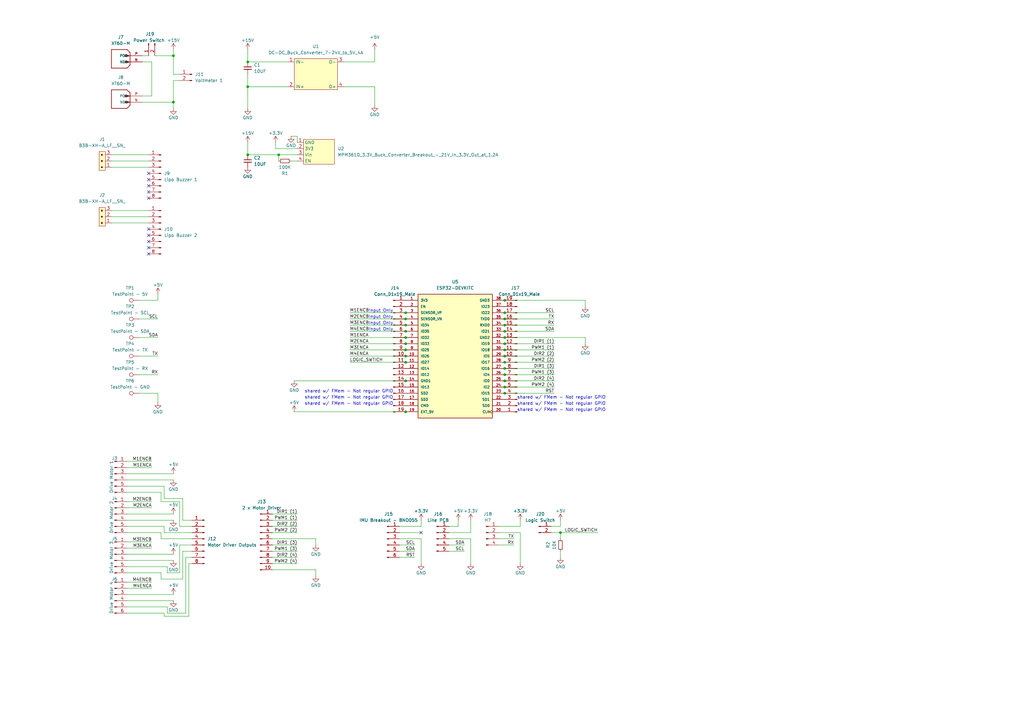
<source format=kicad_sch>
(kicad_sch (version 20211123) (generator eeschema)
  (paper "A3")
  (lib_symbols
    (symbol "Connector:Conn_01x02_Male" (pin_names (offset 1.016) hide)
      (property "Reference" "J" (at 0 2.54 0))
      (property "Value" "Conn_01x02_Male" (at 0 -5.08 0))
      (symbol "Conn_01x02_Male_1_1"
        (polyline (pts (xy 1.27 -2.54) (xy 0.8636 -2.54)) (stroke (width 0.1524)))
        (polyline (pts (xy 1.27 0) (xy 0.8636 0)) (stroke (width 0.1524)))
        (rectangle (start 0.8636 -2.413) (end 0 -2.667) (stroke (width 0.1524)) (fill (type outline)))
        (rectangle (start 0.8636 0.127) (end 0 -0.127) (stroke (width 0.1524)) (fill (type outline)))
        (pin passive line (at 5.08 0 180) (length 3.81) (name "Pin_1") (number "1"))
        (pin passive line (at 5.08 -2.54 180) (length 3.81) (name "Pin_2") (number "2"))
      )
    )
    (symbol "Connector:Conn_01x04_Male" (pin_names (offset 1.016) hide)
      (property "Reference" "J" (at 0 5.08 0))
      (property "Value" "Conn_01x04_Male" (at 0 -7.62 0))
      (symbol "Conn_01x04_Male_1_1"
        (polyline (pts (xy 1.27 -5.08) (xy 0.8636 -5.08)) (stroke (width 0.1524)))
        (polyline (pts (xy 1.27 -2.54) (xy 0.8636 -2.54)) (stroke (width 0.1524)))
        (polyline (pts (xy 1.27 0) (xy 0.8636 0)) (stroke (width 0.1524)))
        (polyline (pts (xy 1.27 2.54) (xy 0.8636 2.54)) (stroke (width 0.1524)))
        (rectangle (start 0.8636 -4.953) (end 0 -5.207) (stroke (width 0.1524)) (fill (type outline)))
        (rectangle (start 0.8636 -2.413) (end 0 -2.667) (stroke (width 0.1524)) (fill (type outline)))
        (rectangle (start 0.8636 0.127) (end 0 -0.127) (stroke (width 0.1524)) (fill (type outline)))
        (rectangle (start 0.8636 2.667) (end 0 2.413) (stroke (width 0.1524)) (fill (type outline)))
        (pin passive line (at 5.08 2.54 180) (length 3.81) (name "Pin_1") (number "1"))
        (pin passive line (at 5.08 0 180) (length 3.81) (name "Pin_2") (number "2"))
        (pin passive line (at 5.08 -2.54 180) (length 3.81) (name "Pin_3") (number "3"))
        (pin passive line (at 5.08 -5.08 180) (length 3.81) (name "Pin_4") (number "4"))
      )
    )
    (symbol "Connector:Conn_01x05_Male" (pin_names (offset 1.016) hide)
      (property "Reference" "J" (at 0 7.62 0))
      (property "Value" "Conn_01x05_Male" (at 0 -7.62 0))
      (symbol "Conn_01x05_Male_1_1"
        (polyline (pts (xy 1.27 -5.08) (xy 0.8636 -5.08)) (stroke (width 0.1524)))
        (polyline (pts (xy 1.27 -2.54) (xy 0.8636 -2.54)) (stroke (width 0.1524)))
        (polyline (pts (xy 1.27 0) (xy 0.8636 0)) (stroke (width 0.1524)))
        (polyline (pts (xy 1.27 2.54) (xy 0.8636 2.54)) (stroke (width 0.1524)))
        (polyline (pts (xy 1.27 5.08) (xy 0.8636 5.08)) (stroke (width 0.1524)))
        (rectangle (start 0.8636 -4.953) (end 0 -5.207) (stroke (width 0.1524)) (fill (type outline)))
        (rectangle (start 0.8636 -2.413) (end 0 -2.667) (stroke (width 0.1524)) (fill (type outline)))
        (rectangle (start 0.8636 0.127) (end 0 -0.127) (stroke (width 0.1524)) (fill (type outline)))
        (rectangle (start 0.8636 2.667) (end 0 2.413) (stroke (width 0.1524)) (fill (type outline)))
        (rectangle (start 0.8636 5.207) (end 0 4.953) (stroke (width 0.1524)) (fill (type outline)))
        (pin passive line (at 5.08 5.08 180) (length 3.81) (name "Pin_1") (number "1"))
        (pin passive line (at 5.08 2.54 180) (length 3.81) (name "Pin_2") (number "2"))
        (pin passive line (at 5.08 0 180) (length 3.81) (name "Pin_3") (number "3"))
        (pin passive line (at 5.08 -2.54 180) (length 3.81) (name "Pin_4") (number "4"))
        (pin passive line (at 5.08 -5.08 180) (length 3.81) (name "Pin_5") (number "5"))
      )
    )
    (symbol "Connector:Conn_01x06_Male" (pin_names (offset 1.016) hide)
      (property "Reference" "J" (at 0 7.62 0))
      (property "Value" "Conn_01x06_Male" (at 0 -10.16 0))
      (symbol "Conn_01x06_Male_1_1"
        (polyline (pts (xy 1.27 -7.62) (xy 0.8636 -7.62)) (stroke (width 0.1524)))
        (polyline (pts (xy 1.27 -5.08) (xy 0.8636 -5.08)) (stroke (width 0.1524)))
        (polyline (pts (xy 1.27 -2.54) (xy 0.8636 -2.54)) (stroke (width 0.1524)))
        (polyline (pts (xy 1.27 0) (xy 0.8636 0)) (stroke (width 0.1524)))
        (polyline (pts (xy 1.27 2.54) (xy 0.8636 2.54)) (stroke (width 0.1524)))
        (polyline (pts (xy 1.27 5.08) (xy 0.8636 5.08)) (stroke (width 0.1524)))
        (rectangle (start 0.8636 -7.493) (end 0 -7.747) (stroke (width 0.1524)) (fill (type outline)))
        (rectangle (start 0.8636 -4.953) (end 0 -5.207) (stroke (width 0.1524)) (fill (type outline)))
        (rectangle (start 0.8636 -2.413) (end 0 -2.667) (stroke (width 0.1524)) (fill (type outline)))
        (rectangle (start 0.8636 0.127) (end 0 -0.127) (stroke (width 0.1524)) (fill (type outline)))
        (rectangle (start 0.8636 2.667) (end 0 2.413) (stroke (width 0.1524)) (fill (type outline)))
        (rectangle (start 0.8636 5.207) (end 0 4.953) (stroke (width 0.1524)) (fill (type outline)))
        (pin passive line (at 5.08 5.08 180) (length 3.81) (name "Pin_1") (number "1"))
        (pin passive line (at 5.08 2.54 180) (length 3.81) (name "Pin_2") (number "2"))
        (pin passive line (at 5.08 0 180) (length 3.81) (name "Pin_3") (number "3"))
        (pin passive line (at 5.08 -2.54 180) (length 3.81) (name "Pin_4") (number "4"))
        (pin passive line (at 5.08 -5.08 180) (length 3.81) (name "Pin_5") (number "5"))
        (pin passive line (at 5.08 -7.62 180) (length 3.81) (name "Pin_6") (number "6"))
      )
    )
    (symbol "Connector:Conn_01x08_Male" (pin_names (offset 1.016) hide)
      (property "Reference" "J" (at 0 10.16 0))
      (property "Value" "Conn_01x08_Male" (at 0 -12.7 0))
      (symbol "Conn_01x08_Male_1_1"
        (polyline (pts (xy 1.27 -10.16) (xy 0.8636 -10.16)) (stroke (width 0.1524)))
        (polyline (pts (xy 1.27 -7.62) (xy 0.8636 -7.62)) (stroke (width 0.1524)))
        (polyline (pts (xy 1.27 -5.08) (xy 0.8636 -5.08)) (stroke (width 0.1524)))
        (polyline (pts (xy 1.27 -2.54) (xy 0.8636 -2.54)) (stroke (width 0.1524)))
        (polyline (pts (xy 1.27 0) (xy 0.8636 0)) (stroke (width 0.1524)))
        (polyline (pts (xy 1.27 2.54) (xy 0.8636 2.54)) (stroke (width 0.1524)))
        (polyline (pts (xy 1.27 5.08) (xy 0.8636 5.08)) (stroke (width 0.1524)))
        (polyline (pts (xy 1.27 7.62) (xy 0.8636 7.62)) (stroke (width 0.1524)))
        (rectangle (start 0.8636 -10.033) (end 0 -10.287) (stroke (width 0.1524)) (fill (type outline)))
        (rectangle (start 0.8636 -7.493) (end 0 -7.747) (stroke (width 0.1524)) (fill (type outline)))
        (rectangle (start 0.8636 -4.953) (end 0 -5.207) (stroke (width 0.1524)) (fill (type outline)))
        (rectangle (start 0.8636 -2.413) (end 0 -2.667) (stroke (width 0.1524)) (fill (type outline)))
        (rectangle (start 0.8636 0.127) (end 0 -0.127) (stroke (width 0.1524)) (fill (type outline)))
        (rectangle (start 0.8636 2.667) (end 0 2.413) (stroke (width 0.1524)) (fill (type outline)))
        (rectangle (start 0.8636 5.207) (end 0 4.953) (stroke (width 0.1524)) (fill (type outline)))
        (rectangle (start 0.8636 7.747) (end 0 7.493) (stroke (width 0.1524)) (fill (type outline)))
        (pin passive line (at 5.08 7.62 180) (length 3.81) (name "Pin_1") (number "1"))
        (pin passive line (at 5.08 5.08 180) (length 3.81) (name "Pin_2") (number "2"))
        (pin passive line (at 5.08 2.54 180) (length 3.81) (name "Pin_3") (number "3"))
        (pin passive line (at 5.08 0 180) (length 3.81) (name "Pin_4") (number "4"))
        (pin passive line (at 5.08 -2.54 180) (length 3.81) (name "Pin_5") (number "5"))
        (pin passive line (at 5.08 -5.08 180) (length 3.81) (name "Pin_6") (number "6"))
        (pin passive line (at 5.08 -7.62 180) (length 3.81) (name "Pin_7") (number "7"))
        (pin passive line (at 5.08 -10.16 180) (length 3.81) (name "Pin_8") (number "8"))
      )
    )
    (symbol "Connector:Conn_01x10_Male" (pin_names (offset 1.016) hide)
      (property "Reference" "J" (at 0 12.7 0))
      (property "Value" "Conn_01x10_Male" (at 0 -15.24 0))
      (symbol "Conn_01x10_Male_1_1"
        (polyline (pts (xy 1.27 -12.7) (xy 0.8636 -12.7)) (stroke (width 0.1524)))
        (polyline (pts (xy 1.27 -10.16) (xy 0.8636 -10.16)) (stroke (width 0.1524)))
        (polyline (pts (xy 1.27 -7.62) (xy 0.8636 -7.62)) (stroke (width 0.1524)))
        (polyline (pts (xy 1.27 -5.08) (xy 0.8636 -5.08)) (stroke (width 0.1524)))
        (polyline (pts (xy 1.27 -2.54) (xy 0.8636 -2.54)) (stroke (width 0.1524)))
        (polyline (pts (xy 1.27 0) (xy 0.8636 0)) (stroke (width 0.1524)))
        (polyline (pts (xy 1.27 2.54) (xy 0.8636 2.54)) (stroke (width 0.1524)))
        (polyline (pts (xy 1.27 5.08) (xy 0.8636 5.08)) (stroke (width 0.1524)))
        (polyline (pts (xy 1.27 7.62) (xy 0.8636 7.62)) (stroke (width 0.1524)))
        (polyline (pts (xy 1.27 10.16) (xy 0.8636 10.16)) (stroke (width 0.1524)))
        (rectangle (start 0.8636 -12.573) (end 0 -12.827) (stroke (width 0.1524)) (fill (type outline)))
        (rectangle (start 0.8636 -10.033) (end 0 -10.287) (stroke (width 0.1524)) (fill (type outline)))
        (rectangle (start 0.8636 -7.493) (end 0 -7.747) (stroke (width 0.1524)) (fill (type outline)))
        (rectangle (start 0.8636 -4.953) (end 0 -5.207) (stroke (width 0.1524)) (fill (type outline)))
        (rectangle (start 0.8636 -2.413) (end 0 -2.667) (stroke (width 0.1524)) (fill (type outline)))
        (rectangle (start 0.8636 0.127) (end 0 -0.127) (stroke (width 0.1524)) (fill (type outline)))
        (rectangle (start 0.8636 2.667) (end 0 2.413) (stroke (width 0.1524)) (fill (type outline)))
        (rectangle (start 0.8636 5.207) (end 0 4.953) (stroke (width 0.1524)) (fill (type outline)))
        (rectangle (start 0.8636 7.747) (end 0 7.493) (stroke (width 0.1524)) (fill (type outline)))
        (rectangle (start 0.8636 10.287) (end 0 10.033) (stroke (width 0.1524)) (fill (type outline)))
        (pin passive line (at 5.08 10.16 180) (length 3.81) (name "Pin_1") (number "1"))
        (pin passive line (at 5.08 -12.7 180) (length 3.81) (name "Pin_10") (number "10"))
        (pin passive line (at 5.08 7.62 180) (length 3.81) (name "Pin_2") (number "2"))
        (pin passive line (at 5.08 5.08 180) (length 3.81) (name "Pin_3") (number "3"))
        (pin passive line (at 5.08 2.54 180) (length 3.81) (name "Pin_4") (number "4"))
        (pin passive line (at 5.08 0 180) (length 3.81) (name "Pin_5") (number "5"))
        (pin passive line (at 5.08 -2.54 180) (length 3.81) (name "Pin_6") (number "6"))
        (pin passive line (at 5.08 -5.08 180) (length 3.81) (name "Pin_7") (number "7"))
        (pin passive line (at 5.08 -7.62 180) (length 3.81) (name "Pin_8") (number "8"))
        (pin passive line (at 5.08 -10.16 180) (length 3.81) (name "Pin_9") (number "9"))
      )
    )
    (symbol "Connector:Conn_01x19_Male" (pin_names (offset 1.016) hide)
      (property "Reference" "J" (at 0 25.4 0))
      (property "Value" "Conn_01x19_Male" (at 0 -25.4 0))
      (symbol "Conn_01x19_Male_1_1"
        (polyline (pts (xy 1.27 -22.86) (xy 0.8636 -22.86)) (stroke (width 0.1524)))
        (polyline (pts (xy 1.27 -20.32) (xy 0.8636 -20.32)) (stroke (width 0.1524)))
        (polyline (pts (xy 1.27 -17.78) (xy 0.8636 -17.78)) (stroke (width 0.1524)))
        (polyline (pts (xy 1.27 -15.24) (xy 0.8636 -15.24)) (stroke (width 0.1524)))
        (polyline (pts (xy 1.27 -12.7) (xy 0.8636 -12.7)) (stroke (width 0.1524)))
        (polyline (pts (xy 1.27 -10.16) (xy 0.8636 -10.16)) (stroke (width 0.1524)))
        (polyline (pts (xy 1.27 -7.62) (xy 0.8636 -7.62)) (stroke (width 0.1524)))
        (polyline (pts (xy 1.27 -5.08) (xy 0.8636 -5.08)) (stroke (width 0.1524)))
        (polyline (pts (xy 1.27 -2.54) (xy 0.8636 -2.54)) (stroke (width 0.1524)))
        (polyline (pts (xy 1.27 0) (xy 0.8636 0)) (stroke (width 0.1524)))
        (polyline (pts (xy 1.27 2.54) (xy 0.8636 2.54)) (stroke (width 0.1524)))
        (polyline (pts (xy 1.27 5.08) (xy 0.8636 5.08)) (stroke (width 0.1524)))
        (polyline (pts (xy 1.27 7.62) (xy 0.8636 7.62)) (stroke (width 0.1524)))
        (polyline (pts (xy 1.27 10.16) (xy 0.8636 10.16)) (stroke (width 0.1524)))
        (polyline (pts (xy 1.27 12.7) (xy 0.8636 12.7)) (stroke (width 0.1524)))
        (polyline (pts (xy 1.27 15.24) (xy 0.8636 15.24)) (stroke (width 0.1524)))
        (polyline (pts (xy 1.27 17.78) (xy 0.8636 17.78)) (stroke (width 0.1524)))
        (polyline (pts (xy 1.27 20.32) (xy 0.8636 20.32)) (stroke (width 0.1524)))
        (polyline (pts (xy 1.27 22.86) (xy 0.8636 22.86)) (stroke (width 0.1524)))
        (rectangle (start 0.8636 -22.733) (end 0 -22.987) (stroke (width 0.1524)) (fill (type outline)))
        (rectangle (start 0.8636 -20.193) (end 0 -20.447) (stroke (width 0.1524)) (fill (type outline)))
        (rectangle (start 0.8636 -17.653) (end 0 -17.907) (stroke (width 0.1524)) (fill (type outline)))
        (rectangle (start 0.8636 -15.113) (end 0 -15.367) (stroke (width 0.1524)) (fill (type outline)))
        (rectangle (start 0.8636 -12.573) (end 0 -12.827) (stroke (width 0.1524)) (fill (type outline)))
        (rectangle (start 0.8636 -10.033) (end 0 -10.287) (stroke (width 0.1524)) (fill (type outline)))
        (rectangle (start 0.8636 -7.493) (end 0 -7.747) (stroke (width 0.1524)) (fill (type outline)))
        (rectangle (start 0.8636 -4.953) (end 0 -5.207) (stroke (width 0.1524)) (fill (type outline)))
        (rectangle (start 0.8636 -2.413) (end 0 -2.667) (stroke (width 0.1524)) (fill (type outline)))
        (rectangle (start 0.8636 0.127) (end 0 -0.127) (stroke (width 0.1524)) (fill (type outline)))
        (rectangle (start 0.8636 2.667) (end 0 2.413) (stroke (width 0.1524)) (fill (type outline)))
        (rectangle (start 0.8636 5.207) (end 0 4.953) (stroke (width 0.1524)) (fill (type outline)))
        (rectangle (start 0.8636 7.747) (end 0 7.493) (stroke (width 0.1524)) (fill (type outline)))
        (rectangle (start 0.8636 10.287) (end 0 10.033) (stroke (width 0.1524)) (fill (type outline)))
        (rectangle (start 0.8636 12.827) (end 0 12.573) (stroke (width 0.1524)) (fill (type outline)))
        (rectangle (start 0.8636 15.367) (end 0 15.113) (stroke (width 0.1524)) (fill (type outline)))
        (rectangle (start 0.8636 17.907) (end 0 17.653) (stroke (width 0.1524)) (fill (type outline)))
        (rectangle (start 0.8636 20.447) (end 0 20.193) (stroke (width 0.1524)) (fill (type outline)))
        (rectangle (start 0.8636 22.987) (end 0 22.733) (stroke (width 0.1524)) (fill (type outline)))
        (pin passive line (at 5.08 22.86 180) (length 3.81) (name "Pin_1") (number "1"))
        (pin passive line (at 5.08 0 180) (length 3.81) (name "Pin_10") (number "10"))
        (pin passive line (at 5.08 -2.54 180) (length 3.81) (name "Pin_11") (number "11"))
        (pin passive line (at 5.08 -5.08 180) (length 3.81) (name "Pin_12") (number "12"))
        (pin passive line (at 5.08 -7.62 180) (length 3.81) (name "Pin_13") (number "13"))
        (pin passive line (at 5.08 -10.16 180) (length 3.81) (name "Pin_14") (number "14"))
        (pin passive line (at 5.08 -12.7 180) (length 3.81) (name "Pin_15") (number "15"))
        (pin passive line (at 5.08 -15.24 180) (length 3.81) (name "Pin_16") (number "16"))
        (pin passive line (at 5.08 -17.78 180) (length 3.81) (name "Pin_17") (number "17"))
        (pin passive line (at 5.08 -20.32 180) (length 3.81) (name "Pin_18") (number "18"))
        (pin passive line (at 5.08 -22.86 180) (length 3.81) (name "Pin_19") (number "19"))
        (pin passive line (at 5.08 20.32 180) (length 3.81) (name "Pin_2") (number "2"))
        (pin passive line (at 5.08 17.78 180) (length 3.81) (name "Pin_3") (number "3"))
        (pin passive line (at 5.08 15.24 180) (length 3.81) (name "Pin_4") (number "4"))
        (pin passive line (at 5.08 12.7 180) (length 3.81) (name "Pin_5") (number "5"))
        (pin passive line (at 5.08 10.16 180) (length 3.81) (name "Pin_6") (number "6"))
        (pin passive line (at 5.08 7.62 180) (length 3.81) (name "Pin_7") (number "7"))
        (pin passive line (at 5.08 5.08 180) (length 3.81) (name "Pin_8") (number "8"))
        (pin passive line (at 5.08 2.54 180) (length 3.81) (name "Pin_9") (number "9"))
      )
    )
    (symbol "Connector:TestPoint" (pin_numbers hide) (pin_names (offset 0.762) hide)
      (property "Reference" "TP" (at 0 6.858 0))
      (property "Value" "TestPoint" (at 0 5.08 0))
      (symbol "TestPoint_0_1"
        (circle (center 0 3.302) (radius 0.762))
      )
      (symbol "TestPoint_1_1"
        (pin passive line (at 0 0 90) (length 2.54) (name "1") (number "1"))
      )
    )
    (symbol "DC-DC_Buck_Converter_7-24V_to_5V_4A_1"
      (property "Reference" "U" (at 0 10.16 0))
      (property "Value" "DC-DC_Buck_Converter_7-24V_to_5V_4A_1" (at 0 7.62 0))
      (symbol "DC-DC_Buck_Converter_7-24V_to_5V_4A_1_0_1"
        (rectangle (start -8.89 6.35) (end 8.89 -6.35) (fill (type background)))
      )
      (symbol "DC-DC_Buck_Converter_7-24V_to_5V_4A_1_1_1"
        (pin input line (at -11.43 5.08 0) (length 2.54) (name "IN-") (number "1"))
        (pin input line (at -11.43 -5.08 0) (length 2.54) (name "IN+") (number "2"))
        (pin output line (at 11.43 5.08 180) (length 2.54) (name "O-") (number "3"))
        (pin output line (at 11.43 -5.08 180) (length 2.54) (name "O+") (number "4"))
      )
    )
    (symbol "Device:C_Small" (pin_numbers hide) (pin_names (offset 0.254) hide)
      (property "Reference" "C" (at 0.254 1.778 0))
      (property "Value" "C_Small" (at 0.254 -2.032 0))
      (symbol "C_Small_0_1"
        (polyline (pts (xy -1.524 -0.508) (xy 1.524 -0.508)) (stroke (width 0.3302)))
        (polyline (pts (xy -1.524 0.508) (xy 1.524 0.508)) (stroke (width 0.3048)))
      )
      (symbol "C_Small_1_1"
        (pin passive line (at 0 2.54 270) (length 2.032) (name "~") (number "1"))
        (pin passive line (at 0 -2.54 90) (length 2.032) (name "~") (number "2"))
      )
    )
    (symbol "Device:R_Small" (pin_numbers hide) (pin_names (offset 0.254) hide)
      (property "Reference" "R" (at 0.762 0.508 0))
      (property "Value" "R_Small" (at 0.762 -1.016 0))
      (symbol "R_Small_0_1"
        (rectangle (start -0.762 1.778) (end 0.762 -1.778) (stroke (width 0.2032)))
      )
      (symbol "R_Small_1_1"
        (pin passive line (at 0 2.54 270) (length 0.762) (name "~") (number "1"))
        (pin passive line (at 0 -2.54 90) (length 0.762) (name "~") (number "2"))
      )
    )
    (symbol "ESP32-DEVKITC:ESP32-DEVKITC" (pin_names (offset 1.016))
      (property "Reference" "U" (at -15.2572 26.0643 0))
      (property "Value" "ESP32-DEVKITC" (at -15.2563 -27.9698 0))
      (symbol "ESP32-DEVKITC_0_0"
        (rectangle (start -15.24 -25.4) (end 15.24 25.4) (stroke (width 0.254)) (fill (type background)))
        (pin power_in line (at -20.32 22.86 0) (length 5.08) (name "3V3") (number "1"))
        (pin bidirectional line (at -20.32 0 0) (length 5.08) (name "IO26") (number "10"))
        (pin bidirectional line (at -20.32 -2.54 0) (length 5.08) (name "IO27") (number "11"))
        (pin bidirectional line (at -20.32 -5.08 0) (length 5.08) (name "IO14") (number "12"))
        (pin bidirectional line (at -20.32 -7.62 0) (length 5.08) (name "IO12") (number "13"))
        (pin power_in line (at -20.32 -10.16 0) (length 5.08) (name "GND1") (number "14"))
        (pin bidirectional line (at -20.32 -12.7 0) (length 5.08) (name "IO13") (number "15"))
        (pin bidirectional line (at -20.32 -15.24 0) (length 5.08) (name "SD2") (number "16"))
        (pin bidirectional line (at -20.32 -17.78 0) (length 5.08) (name "SD3") (number "17"))
        (pin bidirectional line (at -20.32 -20.32 0) (length 5.08) (name "CMD") (number "18"))
        (pin power_in line (at -20.32 -22.86 0) (length 5.08) (name "EXT_5V") (number "19"))
        (pin input line (at -20.32 20.32 0) (length 5.08) (name "EN") (number "2"))
        (pin input clock (at 20.32 -22.86 180) (length 5.08) (name "CLK") (number "20"))
        (pin bidirectional line (at 20.32 -20.32 180) (length 5.08) (name "SD0") (number "21"))
        (pin bidirectional line (at 20.32 -17.78 180) (length 5.08) (name "SD1") (number "22"))
        (pin bidirectional line (at 20.32 -15.24 180) (length 5.08) (name "IO15") (number "23"))
        (pin bidirectional line (at 20.32 -12.7 180) (length 5.08) (name "IO2") (number "24"))
        (pin bidirectional line (at 20.32 -10.16 180) (length 5.08) (name "IO0") (number "25"))
        (pin bidirectional line (at 20.32 -7.62 180) (length 5.08) (name "IO4") (number "26"))
        (pin bidirectional line (at 20.32 -5.08 180) (length 5.08) (name "IO16") (number "27"))
        (pin bidirectional line (at 20.32 -2.54 180) (length 5.08) (name "IO17") (number "28"))
        (pin bidirectional line (at 20.32 0 180) (length 5.08) (name "IO5") (number "29"))
        (pin input line (at -20.32 17.78 0) (length 5.08) (name "SENSOR_VP") (number "3"))
        (pin bidirectional line (at 20.32 2.54 180) (length 5.08) (name "IO18") (number "30"))
        (pin bidirectional line (at 20.32 5.08 180) (length 5.08) (name "IO19") (number "31"))
        (pin power_in line (at 20.32 7.62 180) (length 5.08) (name "GND2") (number "32"))
        (pin bidirectional line (at 20.32 10.16 180) (length 5.08) (name "IO21") (number "33"))
        (pin input line (at 20.32 12.7 180) (length 5.08) (name "RXD0") (number "34"))
        (pin output line (at 20.32 15.24 180) (length 5.08) (name "TXD0") (number "35"))
        (pin bidirectional line (at 20.32 17.78 180) (length 5.08) (name "IO22") (number "36"))
        (pin bidirectional line (at 20.32 20.32 180) (length 5.08) (name "IO23") (number "37"))
        (pin power_in line (at 20.32 22.86 180) (length 5.08) (name "GND3") (number "38"))
        (pin input line (at -20.32 15.24 0) (length 5.08) (name "SENSOR_VN") (number "4"))
        (pin bidirectional line (at -20.32 12.7 0) (length 5.08) (name "IO34") (number "5"))
        (pin bidirectional line (at -20.32 10.16 0) (length 5.08) (name "IO35") (number "6"))
        (pin bidirectional line (at -20.32 7.62 0) (length 5.08) (name "IO32") (number "7"))
        (pin bidirectional line (at -20.32 5.08 0) (length 5.08) (name "IO33") (number "8"))
        (pin bidirectional line (at -20.32 2.54 0) (length 5.08) (name "IO25") (number "9"))
      )
    )
    (symbol "MPM3610_3.3V_Buck_Converter_Breakout_-_21V_In_3.3V_Out_at_1.2A_1"
      (property "Reference" "U" (at 0 7.62 0))
      (property "Value" "MPM3610_3.3V_Buck_Converter_Breakout_-_21V_In_3.3V_Out_at_1.2A_1" (at 0 5.08 0))
      (symbol "MPM3610_3.3V_Buck_Converter_Breakout_-_21V_In_3.3V_Out_at_1.2A_1_0_1"
        (rectangle (start -5.08 3.81) (end 5.08 -8.89) (fill (type background)))
      )
      (symbol "MPM3610_3.3V_Buck_Converter_Breakout_-_21V_In_3.3V_Out_at_1.2A_1_1_1"
        (pin output line (at -3.81 -11.43 90) (length 2.54) (name "GND") (number "1"))
        (pin output line (at -1.27 -11.43 90) (length 2.54) (name "3V3") (number "2"))
        (pin input line (at 1.27 -11.43 90) (length 2.54) (name "Vin") (number "3"))
        (pin input line (at 3.81 -11.43 90) (length 2.54) (name "EN") (number "4"))
      )
    )
    (symbol "XT60-M:XT60-M" (pin_names (offset 1.016))
      (property "Reference" "J" (at 0 6.35 0))
      (property "Value" "XT60-M" (at 0 -5.08 0))
      (symbol "XT60-M_0_0"
        (polyline (pts (xy 0 -1.27) (xy 1.27 -2.54)) (stroke (width 0.254)))
        (polyline (pts (xy 0 0) (xy 1.905 0)) (stroke (width 0.254)))
        (polyline (pts (xy 0 2.54) (xy 0 -1.27)) (stroke (width 0.254)))
        (polyline (pts (xy 0 2.54) (xy 1.905 2.54)) (stroke (width 0.254)))
        (polyline (pts (xy 0 3.81) (xy 0 2.54)) (stroke (width 0.254)))
        (polyline (pts (xy 0 3.81) (xy 1.27 5.08)) (stroke (width 0.254)))
        (polyline (pts (xy 1.27 -2.54) (xy 7.62 -2.54)) (stroke (width 0.254)))
        (polyline (pts (xy 7.62 -2.54) (xy 7.62 5.08)) (stroke (width 0.254)))
        (polyline (pts (xy 7.62 5.08) (xy 1.27 5.08)) (stroke (width 0.254)))
        (rectangle (start 0.635 -0.3175) (end 2.2225 0.3175) (stroke (width 0.1)) (fill (type outline)))
        (rectangle (start 0.635 2.2225) (end 2.2225 2.8575) (stroke (width 0.1)) (fill (type outline)))
        (pin passive line (at -5.08 0 0) (length 5.08) (name "NEG") (number "N"))
        (pin passive line (at -5.08 2.54 0) (length 5.08) (name "POS") (number "P"))
      )
    )
    (symbol "dk_Rectangular-Connectors-Headers-Male-Pins:B3B-XH-A_LF__SN_" (pin_names (offset 1.016) hide)
      (property "Reference" "J" (at -2.54 -1.27 0))
      (property "Value" "B3B-XH-A_LF__SN_" (at 2.54 -3.81 0))
      (symbol "B3B-XH-A_LF__SN__1_1"
        (rectangle (start -1.27 0) (end 6.35 -2.54) (fill (type background)))
        (rectangle (start -0.254 -1.143) (end 0.254 -1.651) (fill (type outline)))
        (rectangle (start 2.286 -1.143) (end 2.794 -1.651) (fill (type outline)))
        (rectangle (start 4.826 -1.143) (end 5.334 -1.651) (fill (type outline)))
        (pin passive line (at 0 2.54 270) (length 2.54) (name "~") (number "1"))
        (pin passive line (at 2.54 2.54 270) (length 2.54) (name "~") (number "2"))
        (pin passive line (at 5.08 2.54 270) (length 2.54) (name "~") (number "3"))
      )
    )
    (symbol "power:+15V" (power) (pin_names (offset 0))
      (property "Value" "+15V" (at 0 3.556 0))
      (symbol "+15V_0_1"
        (polyline (pts (xy -0.762 1.27) (xy 0 2.54)))
        (polyline (pts (xy 0 0) (xy 0 2.54)))
        (polyline (pts (xy 0 2.54) (xy 0.762 1.27)))
      )
      (symbol "+15V_1_1"
        (pin power_in line (at 0 0 90) (length 0) hide (name "+15V") (number "1"))
      )
    )
    (symbol "power:+3.3V" (power) (pin_names (offset 0))
      (property "Value" "+3.3V" (at 0 3.556 0))
      (symbol "+3.3V_0_1"
        (polyline (pts (xy -0.762 1.27) (xy 0 2.54)))
        (polyline (pts (xy 0 0) (xy 0 2.54)))
        (polyline (pts (xy 0 2.54) (xy 0.762 1.27)))
      )
      (symbol "+3.3V_1_1"
        (pin power_in line (at 0 0 90) (length 0) hide (name "+3.3V") (number "1"))
      )
    )
    (symbol "power:+5V" (power) (pin_names (offset 0))
      (property "Value" "+5V" (at 0 3.556 0))
      (symbol "+5V_0_1"
        (polyline (pts (xy -0.762 1.27) (xy 0 2.54)))
        (polyline (pts (xy 0 0) (xy 0 2.54)))
        (polyline (pts (xy 0 2.54) (xy 0.762 1.27)))
      )
      (symbol "+5V_1_1"
        (pin power_in line (at 0 0 90) (length 0) hide (name "+5V") (number "1"))
      )
    )
    (symbol "power:GND" (power) (pin_names (offset 0))
      (property "Value" "GND" (at 0 -3.81 0))
      (symbol "GND_0_1"
        (polyline (pts (xy 0 0) (xy 0 -1.27) (xy 1.27 -1.27) (xy 0 -2.54) (xy -1.27 -1.27) (xy 0 -1.27)))
      )
      (symbol "GND_1_1"
        (pin power_in line (at 0 0 270) (length 0) hide (name "GND") (number "1"))
      )
    )
  )
  (junction (at 229.87 218.44))
  (junction (at 207.01 130.81))
  (junction (at 207.01 158.75))
  (junction (at 166.37 135.89))
  (junction (at 166.37 128.27))
  (junction (at 166.37 168.91))
  (junction (at 207.01 151.13))
  (junction (at 207.01 148.59))
  (junction (at 166.37 130.81))
  (junction (at 166.37 143.51))
  (junction (at 166.37 156.21))
  (junction (at 166.37 148.59))
  (junction (at 207.01 143.51))
  (junction (at 207.01 153.67))
  (junction (at 101.6 35.56))
  (junction (at 207.01 156.21))
  (junction (at 166.37 146.05))
  (junction (at 71.12 41.91))
  (junction (at 207.01 123.19))
  (junction (at 166.37 138.43))
  (junction (at 207.01 161.29))
  (junction (at 207.01 135.89))
  (junction (at 166.37 133.35))
  (junction (at 207.01 133.35))
  (junction (at 71.12 22.86))
  (junction (at 207.01 146.05))
  (junction (at 207.01 128.27))
  (junction (at 207.01 138.43))
  (junction (at 101.6 63.5))
  (junction (at 207.01 140.97))
  (junction (at 101.6 25.4))
  (junction (at 114.3 63.5))
  (junction (at 166.37 140.97))
  (no_connect (at 60.96 78.74))
  (no_connect (at 60.96 76.2))
  (no_connect (at 60.96 93.98))
  (no_connect (at 60.96 99.06))
  (no_connect (at 60.96 96.52))
  (no_connect (at 60.96 101.6))
  (no_connect (at 60.96 71.12))
  (no_connect (at 172.72 218.44))
  (no_connect (at 60.96 73.66))
  (no_connect (at 60.96 81.28))
  (no_connect (at 60.96 104.14))
  (wire (pts (xy 207.01 151.13) (xy 227.33 151.13)))
  (wire (pts (xy 240.03 138.43) (xy 240.03 140.97)))
  (wire (pts (xy 111.76 228.6) (xy 121.92 228.6)))
  (wire (pts (xy 121.92 63.5) (xy 114.3 63.5)))
  (wire (pts (xy 207.01 153.67) (xy 227.33 153.67)))
  (wire (pts (xy 101.6 35.56) (xy 101.6 44.45)))
  (wire (pts (xy 111.76 210.82) (xy 121.92 210.82)))
  (wire (pts (xy 207.01 123.19) (xy 240.03 123.19)))
  (wire (pts (xy 184.15 215.9) (xy 187.96 215.9)))
  (wire (pts (xy 163.83 215.9) (xy 172.72 215.9)))
  (wire (pts (xy 45.72 86.36) (xy 60.96 86.36)))
  (wire (pts (xy 207.01 143.51) (xy 227.33 143.51)))
  (wire (pts (xy 184.15 223.52) (xy 190.5 223.52)))
  (wire (pts (xy 52.07 224.79) (xy 62.23 224.79)))
  (wire (pts (xy 143.51 146.05) (xy 166.37 146.05)))
  (wire (pts (xy 67.31 252.73) (xy 77.47 252.73)))
  (wire (pts (xy 71.12 30.48) (xy 73.66 30.48)))
  (wire (pts (xy 57.15 130.81) (xy 64.77 130.81)))
  (wire (pts (xy 213.36 213.36) (xy 213.36 215.9)))
  (wire (pts (xy 62.23 25.4) (xy 62.23 39.37)))
  (wire (pts (xy 71.12 20.32) (xy 71.12 22.86)))
  (wire (pts (xy 111.76 231.14) (xy 121.92 231.14)))
  (wire (pts (xy 207.01 158.75) (xy 227.33 158.75)))
  (wire (pts (xy 58.42 41.91) (xy 71.12 41.91)))
  (wire (pts (xy 45.72 88.9) (xy 60.96 88.9)))
  (wire (pts (xy 226.06 215.9) (xy 229.87 215.9)))
  (wire (pts (xy 111.76 226.06) (xy 121.92 226.06)))
  (wire (pts (xy 153.67 35.56) (xy 153.67 43.18)))
  (wire (pts (xy 66.04 237.49) (xy 74.93 237.49)))
  (wire (pts (xy 121.92 58.42) (xy 121.92 55.88)))
  (wire (pts (xy 76.2 228.6) (xy 78.74 228.6)))
  (wire (pts (xy 111.76 220.98) (xy 129.54 220.98)))
  (wire (pts (xy 52.07 248.92) (xy 68.58 248.92)))
  (wire (pts (xy 114.3 63.5) (xy 114.3 66.04)))
  (wire (pts (xy 67.31 204.47) (xy 74.93 204.47)))
  (wire (pts (xy 57.15 138.43) (xy 64.77 138.43)))
  (wire (pts (xy 67.31 218.44) (xy 78.74 218.44)))
  (wire (pts (xy 62.23 39.37) (xy 58.42 39.37)))
  (wire (pts (xy 68.58 248.92) (xy 68.58 251.46)))
  (wire (pts (xy 207.01 146.05) (xy 227.33 146.05)))
  (wire (pts (xy 66.04 218.44) (xy 66.04 220.98)))
  (wire (pts (xy 58.42 22.86) (xy 60.96 22.86)))
  (wire (pts (xy 193.04 213.36) (xy 193.04 218.44)))
  (wire (pts (xy 52.07 246.38) (xy 71.12 246.38)))
  (wire (pts (xy 71.12 196.85) (xy 52.07 196.85)))
  (wire (pts (xy 120.65 168.91) (xy 166.37 168.91)))
  (wire (pts (xy 143.51 128.27) (xy 166.37 128.27)))
  (wire (pts (xy 67.31 251.46) (xy 67.31 252.73)))
  (wire (pts (xy 172.72 213.36) (xy 172.72 215.9)))
  (wire (pts (xy 57.15 161.29) (xy 64.77 161.29)))
  (wire (pts (xy 184.15 218.44) (xy 193.04 218.44)))
  (wire (pts (xy 52.07 189.23) (xy 62.23 189.23)))
  (wire (pts (xy 52.07 213.36) (xy 71.12 213.36)))
  (wire (pts (xy 68.58 232.41) (xy 68.58 234.95)))
  (wire (pts (xy 111.76 218.44) (xy 121.92 218.44)))
  (wire (pts (xy 74.93 226.06) (xy 78.74 226.06)))
  (wire (pts (xy 101.6 20.32) (xy 101.6 25.4)))
  (wire (pts (xy 184.15 220.98) (xy 193.04 220.98)))
  (wire (pts (xy 52.07 238.76) (xy 62.23 238.76)))
  (wire (pts (xy 204.47 218.44) (xy 213.36 218.44)))
  (wire (pts (xy 101.6 63.5) (xy 114.3 63.5)))
  (wire (pts (xy 204.47 223.52) (xy 210.82 223.52)))
  (wire (pts (xy 113.03 58.42) (xy 113.03 60.96)))
  (wire (pts (xy 52.07 218.44) (xy 66.04 218.44)))
  (wire (pts (xy 57.15 153.67) (xy 64.77 153.67)))
  (wire (pts (xy 66.04 205.74) (xy 73.66 205.74)))
  (wire (pts (xy 207.01 140.97) (xy 227.33 140.97)))
  (wire (pts (xy 52.07 201.93) (xy 66.04 201.93)))
  (wire (pts (xy 207.01 138.43) (xy 240.03 138.43)))
  (wire (pts (xy 111.76 223.52) (xy 121.92 223.52)))
  (wire (pts (xy 63.5 22.86) (xy 71.12 22.86)))
  (wire (pts (xy 68.58 251.46) (xy 76.2 251.46)))
  (wire (pts (xy 71.12 44.45) (xy 71.12 41.91)))
  (wire (pts (xy 240.03 123.19) (xy 240.03 125.73)))
  (wire (pts (xy 71.12 33.02) (xy 73.66 33.02)))
  (wire (pts (xy 52.07 243.84) (xy 71.12 243.84)))
  (wire (pts (xy 143.51 135.89) (xy 166.37 135.89)))
  (wire (pts (xy 57.15 123.19) (xy 64.77 123.19)))
  (wire (pts (xy 73.66 205.74) (xy 73.66 215.9)))
  (wire (pts (xy 207.01 148.59) (xy 227.33 148.59)))
  (wire (pts (xy 73.66 223.52) (xy 78.74 223.52)))
  (wire (pts (xy 101.6 58.42) (xy 101.6 63.5)))
  (wire (pts (xy 140.97 25.4) (xy 153.67 25.4)))
  (wire (pts (xy 129.54 236.22) (xy 129.54 233.68)))
  (wire (pts (xy 143.51 148.59) (xy 166.37 148.59)))
  (wire (pts (xy 52.07 210.82) (xy 71.12 210.82)))
  (wire (pts (xy 67.31 215.9) (xy 67.31 218.44)))
  (wire (pts (xy 74.93 204.47) (xy 74.93 213.36)))
  (wire (pts (xy 45.72 68.58) (xy 60.96 68.58)))
  (wire (pts (xy 73.66 215.9) (xy 78.74 215.9)))
  (wire (pts (xy 229.87 218.44) (xy 245.11 218.44)))
  (wire (pts (xy 113.03 60.96) (xy 121.92 60.96)))
  (wire (pts (xy 52.07 194.31) (xy 71.12 194.31)))
  (wire (pts (xy 66.04 234.95) (xy 66.04 237.49)))
  (wire (pts (xy 163.83 228.6) (xy 170.18 228.6)))
  (wire (pts (xy 45.72 66.04) (xy 60.96 66.04)))
  (wire (pts (xy 52.07 229.87) (xy 71.12 229.87)))
  (wire (pts (xy 64.77 123.19) (xy 64.77 120.65)))
  (wire (pts (xy 77.47 231.14) (xy 78.74 231.14)))
  (wire (pts (xy 52.07 232.41) (xy 68.58 232.41)))
  (wire (pts (xy 68.58 234.95) (xy 73.66 234.95)))
  (wire (pts (xy 66.04 201.93) (xy 66.04 205.74)))
  (wire (pts (xy 226.06 218.44) (xy 229.87 218.44)))
  (wire (pts (xy 101.6 30.48) (xy 101.6 35.56)))
  (wire (pts (xy 57.15 146.05) (xy 64.77 146.05)))
  (wire (pts (xy 52.07 227.33) (xy 71.12 227.33)))
  (wire (pts (xy 52.07 205.74) (xy 62.23 205.74)))
  (wire (pts (xy 207.01 128.27) (xy 227.33 128.27)))
  (wire (pts (xy 52.07 215.9) (xy 67.31 215.9)))
  (wire (pts (xy 143.51 133.35) (xy 166.37 133.35)))
  (wire (pts (xy 71.12 33.02) (xy 71.12 41.91)))
  (wire (pts (xy 207.01 133.35) (xy 227.33 133.35)))
  (wire (pts (xy 111.76 213.36) (xy 121.92 213.36)))
  (wire (pts (xy 204.47 220.98) (xy 210.82 220.98)))
  (wire (pts (xy 77.47 231.14) (xy 77.47 252.73)))
  (wire (pts (xy 52.07 199.39) (xy 67.31 199.39)))
  (wire (pts (xy 58.42 25.4) (xy 62.23 25.4)))
  (wire (pts (xy 52.07 191.77) (xy 62.23 191.77)))
  (wire (pts (xy 213.36 218.44) (xy 213.36 231.14)))
  (wire (pts (xy 111.76 215.9) (xy 121.92 215.9)))
  (wire (pts (xy 52.07 222.25) (xy 62.23 222.25)))
  (wire (pts (xy 129.54 233.68) (xy 111.76 233.68)))
  (wire (pts (xy 207.01 135.89) (xy 227.33 135.89)))
  (wire (pts (xy 163.83 220.98) (xy 172.72 220.98)))
  (wire (pts (xy 204.47 215.9) (xy 213.36 215.9)))
  (wire (pts (xy 229.87 218.44) (xy 229.87 220.98)))
  (wire (pts (xy 163.83 218.44) (xy 172.72 218.44)))
  (wire (pts (xy 172.72 220.98) (xy 172.72 231.14)))
  (wire (pts (xy 119.38 66.04) (xy 121.92 66.04)))
  (wire (pts (xy 45.72 91.44) (xy 60.96 91.44)))
  (wire (pts (xy 74.93 213.36) (xy 78.74 213.36)))
  (wire (pts (xy 193.04 220.98) (xy 193.04 231.14)))
  (wire (pts (xy 166.37 130.81) (xy 143.51 130.81)))
  (wire (pts (xy 207.01 161.29) (xy 227.33 161.29)))
  (wire (pts (xy 143.51 138.43) (xy 166.37 138.43)))
  (wire (pts (xy 52.07 234.95) (xy 66.04 234.95)))
  (wire (pts (xy 187.96 215.9) (xy 187.96 213.36)))
  (wire (pts (xy 101.6 25.4) (xy 118.11 25.4)))
  (wire (pts (xy 45.72 63.5) (xy 60.96 63.5)))
  (wire (pts (xy 66.04 220.98) (xy 78.74 220.98)))
  (wire (pts (xy 120.65 156.21) (xy 166.37 156.21)))
  (wire (pts (xy 153.67 20.32) (xy 153.67 25.4)))
  (wire (pts (xy 229.87 226.06) (xy 229.87 228.6)))
  (wire (pts (xy 67.31 199.39) (xy 67.31 204.47)))
  (wire (pts (xy 76.2 228.6) (xy 76.2 251.46)))
  (wire (pts (xy 184.15 226.06) (xy 190.5 226.06)))
  (wire (pts (xy 207.01 156.21) (xy 227.33 156.21)))
  (wire (pts (xy 71.12 22.86) (xy 71.12 30.48)))
  (wire (pts (xy 229.87 215.9) (xy 229.87 213.36)))
  (wire (pts (xy 163.83 223.52) (xy 170.18 223.52)))
  (wire (pts (xy 64.77 161.29) (xy 64.77 165.1)))
  (wire (pts (xy 207.01 130.81) (xy 227.33 130.81)))
  (wire (pts (xy 119.38 55.88) (xy 121.92 55.88)))
  (wire (pts (xy 52.07 241.3) (xy 62.23 241.3)))
  (wire (pts (xy 74.93 237.49) (xy 74.93 226.06)))
  (wire (pts (xy 140.97 35.56) (xy 153.67 35.56)))
  (wire (pts (xy 163.83 226.06) (xy 170.18 226.06)))
  (wire (pts (xy 129.54 220.98) (xy 129.54 223.52)))
  (wire (pts (xy 118.11 35.56) (xy 101.6 35.56)))
  (wire (pts (xy 52.07 251.46) (xy 67.31 251.46)))
  (wire (pts (xy 143.51 140.97) (xy 166.37 140.97)))
  (wire (pts (xy 73.66 234.95) (xy 73.66 223.52)))
  (wire (pts (xy 52.07 208.28) (xy 62.23 208.28)))
  (wire (pts (xy 143.51 143.51) (xy 166.37 143.51)))
  (text "Input Only" (at 161.29 133.35 180) (effects (font (size 1.27 1.27)) (justify right bottom)))
  (text "Input Only" (at 161.29 130.81 180) (effects (font (size 1.27 1.27)) (justify right bottom)))
  (text "shared w/ FMem - Not regular GPIO" (at 161.29 163.83 180) (effects (font (size 1.27 1.27)) (justify right bottom)))
  (text "Input Only" (at 161.29 135.89 180) (effects (font (size 1.27 1.27)) (justify right bottom)))
  (text "shared w/ FMem - Not regular GPIO" (at 212.09 166.37 0) (effects (font (size 1.27 1.27)) (justify left bottom)))
  (text "shared w/ FMem - Not regular GPIO" (at 161.29 166.37 180) (effects (font (size 1.27 1.27)) (justify right bottom)))
  (text "shared w/ FMem - Not regular GPIO" (at 212.09 168.91 0) (effects (font (size 1.27 1.27)) (justify left bottom)))
  (text "shared w/ FMem - Not regular GPIO" (at 212.09 163.83 0) (effects (font (size 1.27 1.27)) (justify left bottom)))
  (text "shared w/ FMem - Not regular GPIO" (at 161.29 161.29 180) (effects (font (size 1.27 1.27)) (justify right bottom)))
  (text "Input Only" (at 161.29 128.27 180) (effects (font (size 1.27 1.27)) (justify right bottom)))
  (label "M1ENCB" (at 143.51 128.27 0))
  (label "M1ENCB" (at 62.23 189.23 180))
  (label "SCL" (at 190.5 226.06 180))
  (label "M4ENCB" (at 143.51 135.89 0))
  (label "RST" (at 227.33 161.29 180))
  (label "DIR2 (4)" (at 227.33 156.21 180))
  (label "PWM2 (4)" (at 121.92 231.14 180))
  (label "M2ENCB" (at 62.23 205.74 180))
  (label "DIR2 (2)" (at 227.33 146.05 180))
  (label "PWM2 (4)" (at 227.33 158.75 180))
  (label "SCL" (at 227.33 128.27 180))
  (label "TX" (at 64.77 146.05 180))
  (label "PWM1 (1)" (at 121.92 213.36 180))
  (label "M3ENCA" (at 143.51 143.51 0))
  (label "LOGIC_SWTICH" (at 245.11 218.44 180))
  (label "SDA" (at 64.77 138.43 180))
  (label "RX" (at 210.82 223.52 180))
  (label "DIR2 (4)" (at 121.92 228.6 180))
  (label "M4ENCA" (at 143.51 146.05 0))
  (label "M4ENCB" (at 62.23 238.76 180))
  (label "TX" (at 227.33 130.81 180))
  (label "SCL" (at 170.18 223.52 180))
  (label "PWM1 (3)" (at 121.92 226.06 180))
  (label "M1ENCA" (at 62.23 191.77 180))
  (label "PWM1 (1)" (at 227.33 143.51 180))
  (label "DIR1 (1)" (at 121.92 210.82 180))
  (label "PWM2 (2)" (at 227.33 148.59 180))
  (label "M2ENCB" (at 143.51 130.81 0))
  (label "RX" (at 227.33 133.35 180))
  (label "M3ENCB" (at 143.51 133.35 0))
  (label "LOGIC_SWTICH" (at 143.51 148.59 0))
  (label "RX" (at 64.77 153.67 180))
  (label "DIR1 (3)" (at 227.33 151.13 180))
  (label "RST" (at 170.18 228.6 180))
  (label "SCL" (at 64.77 130.81 180))
  (label "M2ENCA" (at 143.51 140.97 0))
  (label "PWM2 (2)" (at 121.92 218.44 180))
  (label "M2ENCA" (at 62.23 208.28 180))
  (label "PWM1 (3)" (at 227.33 153.67 180))
  (label "DIR1 (1)" (at 227.33 140.97 180))
  (label "DIR2 (2)" (at 121.92 215.9 180))
  (label "DIR1 (3)" (at 121.92 223.52 180))
  (label "SDA" (at 170.18 226.06 180))
  (label "SDA" (at 227.33 135.89 180))
  (label "M1ENCA" (at 143.51 138.43 0))
  (label "TX" (at 210.82 220.98 180))
  (label "SDA" (at 190.5 223.52 180))
  (label "M3ENCB" (at 62.23 222.25 180))
  (label "M3ENCA" (at 62.23 224.79 180))
  (label "M4ENCA" (at 62.23 241.3 180))
  (symbol (lib_id "Connector:Conn_01x02_Male") (at 78.74 30.48 0) (mirror y) (unit 1)
    (property "Reference" "J11" (at 80.01 30.4799 0) (effects (justify right)))
    (property "Value" "Voltmeter 1" (at 80.01 33.0199 0) (effects (justify right)))
    (property "Footprint" "Connector_PinHeader_2.54mm:PinHeader_1x02_P2.54mm_Vertical" (effects hide))
  )
  (symbol (lib_id "Connector:Conn_01x06_Male") (at 46.99 210.82 0) (unit 1)
    (property "Reference" "J4" (at 46.99 204.47 0))
    (property "Value" "Drive Motor 2" (at 45.72 212.09 90))
    (property "Footprint" "Connector_PinHeader_2.54mm:PinHeader_1x06_P2.54mm_Vertical" (effects hide))
  )
  (symbol (lib_id "power:+5V") (at 71.12 210.82 0) (unit 1)
    (property "Reference" "#PWR0113" (effects hide))
    (property "Value" "+5V" (at 71.12 207.01 0))
  )
  (symbol (lib_id "Connector:TestPoint") (at 57.15 138.43 90) (unit 1)
    (property "Reference" "TP3" (at 53.34 133.35 90))
    (property "Value" "TestPoint - SDA" (at 53.34 135.89 90))
    (property "Footprint" "TestPoint:TestPoint_THTPad_D2.0mm_Drill1.0mm" (effects hide))
  )
  (symbol (lib_id "power:GND") (at 71.12 246.38 0) (unit 1)
    (property "Reference" "#PWR0101" (effects hide))
    (property "Value" "GND" (at 71.12 250.19 0))
  )
  (symbol (lib_id "dk_Rectangular-Connectors-Headers-Male-Pins:B3B-XH-A_LF__SN_") (at 43.18 91.44 270) (mirror x) (unit 1)
    (property "Reference" "J2" (at 41.91 80.01 90))
    (property "Value" "B3B-XH-A_LF__SN_" (at 41.91 82.55 90))
    (property "Footprint" "digikey-footprints:PinHeader_1x3_P2.5mm_Drill1.1mm" (effects hide))
    (property "Datasheet" "http://www.jst-mfg.com/product/pdf/eng/eXH.pdf" (effects hide))
    (property "Digi-Key_PN" "455-2248-ND" (effects hide))
    (property "MPN" "B3B-XH-A(LF)(SN)" (effects hide))
    (property "Category" "Connectors, Interconnects" (effects hide))
    (property "Family" "Rectangular Connectors - Headers, Male Pins" (effects hide))
    (property "DK_Datasheet_Link" "http://www.jst-mfg.com/product/pdf/eng/eXH.pdf" (effects hide))
    (property "DK_Detail_Page" "/product-detail/en/jst-sales-america-inc/B3B-XH-A(LF)(SN)/455-2248-ND/1651046" (effects hide))
    (property "Description" "CONN HEADER VERT 3POS 2.5MM" (effects hide))
    (property "Manufacturer" "JST Sales America Inc." (effects hide))
    (property "Status" "Active" (effects hide))
  )
  (symbol (lib_id "Connector:Conn_01x19_Male") (at 212.09 146.05 180) (unit 1)
    (property "Reference" "J17" (at 209.55 118.11 0) (effects (justify right)))
    (property "Value" "Conn_01x19_Male" (at 204.47 120.65 0) (effects (justify right)))
    (property "Footprint" "Connector_PinHeader_2.54mm:PinHeader_1x19_P2.54mm_Vertical" (effects hide))
  )
  (symbol (lib_id "Connector:Conn_01x02_Male") (at 220.98 215.9 0) (unit 1)
    (property "Reference" "J20" (at 221.615 210.82 0))
    (property "Value" "Logic Switch" (at 221.615 213.36 0))
    (property "Footprint" "Connector_PinHeader_2.54mm:PinHeader_1x02_P2.54mm_Vertical" (effects hide))
  )
  (symbol (lib_id "power:+5V") (at 187.96 213.36 0) (unit 1)
    (property "Reference" "#PWR0105" (effects hide))
    (property "Value" "+5V" (at 187.96 209.55 0))
  )
  (symbol (lib_id "Connector:TestPoint") (at 57.15 161.29 90) (unit 1)
    (property "Reference" "TP6" (at 53.34 156.21 90))
    (property "Value" "TestPoint - GND" (at 53.34 158.75 90))
    (property "Footprint" "TestPoint:TestPoint_THTPad_D2.0mm_Drill1.0mm" (effects hide))
  )
  (symbol (lib_id "Connector:Conn_01x06_Male") (at 158.75 220.98 0) (unit 1)
    (property "Reference" "J15" (at 159.385 210.82 0))
    (property "Value" "IMU Breakout - BNO055" (at 159.385 213.36 0))
    (property "Footprint" "Library:Adafruit IMU BNO055" (effects hide))
  )
  (symbol (lib_id "power:GND") (at 229.87 228.6 0) (unit 1)
    (property "Reference" "#PWR0135" (effects hide))
    (property "Value" "GND" (at 229.87 232.41 0))
  )
  (symbol (lib_id "Connector:TestPoint") (at 57.15 130.81 90) (unit 1)
    (property "Reference" "TP2" (at 53.34 125.73 90))
    (property "Value" "TestPoint - SCL" (at 53.34 128.27 90))
    (property "Footprint" "TestPoint:TestPoint_THTPad_D2.0mm_Drill1.0mm" (effects hide))
  )
  (symbol (lib_id "power:+5V") (at 71.12 194.31 0) (unit 1)
    (property "Reference" "#PWR0114" (effects hide))
    (property "Value" "+5V" (at 71.12 190.5 0))
  )
  (symbol (lib_id "power:+15V") (at 101.6 20.32 0) (unit 1)
    (property "Reference" "#PWR0115" (effects hide))
    (property "Value" "+15V" (at 101.6 16.51 0))
  )
  (symbol (lib_id "power:GND") (at 101.6 68.58 0) (unit 1)
    (property "Reference" "#PWR0118" (effects hide))
    (property "Value" "GND" (at 101.6 72.39 0))
  )
  (symbol (lib_id "power:GND") (at 101.6 44.45 0) (unit 1)
    (property "Reference" "#PWR0122" (effects hide))
    (property "Value" "GND" (at 101.6 48.26 0))
  )
  (symbol (lib_id "Connector:Conn_01x08_Male") (at 66.04 71.12 0) (mirror y) (unit 1)
    (property "Reference" "J9" (at 67.31 71.1199 0) (effects (justify right)))
    (property "Value" "Lipo Buzzer 1" (at 67.31 73.6599 0) (effects (justify right)))
    (property "Footprint" "Library:Lipo Buzzer Vertical" (effects hide))
  )
  (symbol (lib_id "power:GND") (at 129.54 236.22 0) (unit 1)
    (property "Reference" "#PWR0129" (effects hide))
    (property "Value" "GND" (at 129.54 240.03 0))
  )
  (symbol (lib_id "power:+5V") (at 229.87 213.36 0) (unit 1)
    (property "Reference" "#PWR0134" (effects hide))
    (property "Value" "+5V" (at 229.87 209.55 0))
  )
  (symbol (lib_id "power:GND") (at 71.12 196.85 0) (unit 1)
    (property "Reference" "#PWR0127" (effects hide))
    (property "Value" "GND" (at 71.12 200.66 0))
  )
  (symbol (lib_id "power:GND") (at 240.03 125.73 0) (unit 1)
    (property "Reference" "#PWR0121" (effects hide))
    (property "Value" "GND" (at 240.03 129.54 0))
  )
  (symbol (lib_id "power:+3.3V") (at 193.04 213.36 0) (unit 1)
    (property "Reference" "#PWR0108" (effects hide))
    (property "Value" "+3.3V" (at 193.04 209.55 0))
  )
  (symbol (lib_id "power:+15V") (at 101.6 58.42 0) (unit 1)
    (property "Reference" "#PWR0123" (effects hide))
    (property "Value" "+15V" (at 101.6 54.61 0))
  )
  (symbol (lib_id "Connector:Conn_01x06_Male") (at 46.99 227.33 0) (unit 1)
    (property "Reference" "J5" (at 46.99 220.98 0))
    (property "Value" "Drive Motor 3" (at 45.72 228.6 90))
    (property "Footprint" "Connector_PinSocket_2.54mm:PinSocket_1x06_P2.54mm_Vertical" (effects hide))
  )
  (symbol (lib_id "power:+5V") (at 71.12 227.33 0) (unit 1)
    (property "Reference" "#PWR0104" (effects hide))
    (property "Value" "+5V" (at 71.12 223.52 0))
  )
  (symbol (lib_id "power:+5V") (at 71.12 243.84 0) (unit 1)
    (property "Reference" "#PWR0106" (effects hide))
    (property "Value" "+5V" (at 71.12 240.03 0))
  )
  (symbol (lib_id "power:+3.3V") (at 113.03 58.42 0) (unit 1)
    (property "Reference" "#PWR0124" (effects hide))
    (property "Value" "+3.3V" (at 113.03 54.61 0))
  )
  (symbol (lib_name "DC-DC_Buck_Converter_7-24V_to_5V_4A_1") (lib_id "New_Library:DC-DC_Buck_Converter_7-24V_to_5V_4A") (at 129.54 30.48 0) (unit 1)
    (property "Reference" "U1" (at 129.54 19.05 0))
    (property "Value" "DC-DC_Buck_Converter_7-24V_to_5V_4A" (at 129.54 21.59 0))
    (property "Footprint" "Library:DC-DC_Buck_Converter_7-24V_to_5V_4A" (effects hide))
  )
  (symbol (lib_id "power:GND") (at 71.12 229.87 0) (unit 1)
    (property "Reference" "#PWR0102" (effects hide))
    (property "Value" "GND" (at 71.12 233.68 0))
  )
  (symbol (lib_id "XT60-M:XT60-M") (at 53.34 25.4 0) (mirror y) (unit 1)
    (property "Reference" "J7" (at 49.53 15.24 0))
    (property "Value" "XT60-M" (at 49.53 17.78 0))
    (property "Footprint" "XT60-M:AMASS_XT60-M" (effects hide))
    (property "PARTREV" "V1.2" (effects hide))
    (property "MANUFACTURER" "AMASS" (effects hide))
    (property "MAXIMUM_PACKAGE_HEIGHT" "16.00 mm" (effects hide))
    (property "STANDARD" "IPC 7351B" (effects hide))
  )
  (symbol (lib_id "power:+5V") (at 64.77 120.65 0) (unit 1)
    (property "Reference" "#PWR0133" (effects hide))
    (property "Value" "+5V" (at 64.77 116.84 0))
  )
  (symbol (lib_id "Device:R_Small") (at 229.87 223.52 180) (unit 1)
    (property "Reference" "R2" (at 224.79 223.52 90))
    (property "Value" "10K" (at 227.33 223.52 90))
    (property "Footprint" "Resistor_SMD:R_0805_2012Metric" (effects hide))
  )
  (symbol (lib_id "dk_Rectangular-Connectors-Headers-Male-Pins:B3B-XH-A_LF__SN_") (at 43.18 68.58 270) (mirror x) (unit 1)
    (property "Reference" "J1" (at 41.91 57.15 90))
    (property "Value" "B3B-XH-A_LF__SN_" (at 41.91 59.69 90))
    (property "Footprint" "digikey-footprints:PinHeader_1x3_P2.5mm_Drill1.1mm" (effects hide))
    (property "Datasheet" "http://www.jst-mfg.com/product/pdf/eng/eXH.pdf" (effects hide))
    (property "Digi-Key_PN" "455-2248-ND" (effects hide))
    (property "MPN" "B3B-XH-A(LF)(SN)" (effects hide))
    (property "Category" "Connectors, Interconnects" (effects hide))
    (property "Family" "Rectangular Connectors - Headers, Male Pins" (effects hide))
    (property "DK_Datasheet_Link" "http://www.jst-mfg.com/product/pdf/eng/eXH.pdf" (effects hide))
    (property "DK_Detail_Page" "/product-detail/en/jst-sales-america-inc/B3B-XH-A(LF)(SN)/455-2248-ND/1651046" (effects hide))
    (property "Description" "CONN HEADER VERT 3POS 2.5MM" (effects hide))
    (property "Manufacturer" "JST Sales America Inc." (effects hide))
    (property "Status" "Active" (effects hide))
  )
  (symbol (lib_id "Connector:Conn_01x08_Male") (at 66.04 93.98 0) (mirror y) (unit 1)
    (property "Reference" "J10" (at 67.31 93.9799 0) (effects (justify right)))
    (property "Value" "Lipo Buzzer 2" (at 67.31 96.5199 0) (effects (justify right)))
    (property "Footprint" "Library:Lipo Buzzer Vertical" (effects hide))
  )
  (symbol (lib_id "Connector:Conn_01x04_Male") (at 199.39 218.44 0) (unit 1)
    (property "Reference" "J18" (at 200.025 210.82 0))
    (property "Value" "H7" (at 200.025 213.36 0))
    (property "Footprint" "Connector_PinHeader_2.54mm:PinHeader_1x04_P2.54mm_Vertical" (effects hide))
  )
  (symbol (lib_id "power:GND") (at 193.04 231.14 0) (unit 1)
    (property "Reference" "#PWR0112" (effects hide))
    (property "Value" "GND" (at 193.04 234.95 0))
  )
  (symbol (lib_id "power:+15V") (at 71.12 20.32 0) (unit 1)
    (property "Reference" "#PWR0130" (effects hide))
    (property "Value" "+15V" (at 71.12 16.51 0))
  )
  (symbol (lib_id "power:GND") (at 71.12 213.36 0) (unit 1)
    (property "Reference" "#PWR0126" (effects hide))
    (property "Value" "GND" (at 71.12 217.17 0))
  )
  (symbol (lib_id "Device:C_Small") (at 101.6 66.04 0) (unit 1)
    (property "Reference" "C2" (at 104.14 64.7762 0) (effects (justify left)))
    (property "Value" "10UF" (at 104.14 67.3162 0) (effects (justify left)))
    (property "Footprint" "Capacitor_SMD:C_0805_2012Metric" (effects hide))
  )
  (symbol (lib_id "Connector:TestPoint") (at 57.15 153.67 90) (unit 1)
    (property "Reference" "TP5" (at 53.34 148.59 90))
    (property "Value" "TestPoint - RX" (at 53.34 151.13 90))
    (property "Footprint" "TestPoint:TestPoint_THTPad_D2.0mm_Drill1.0mm" (effects hide))
  )
  (symbol (lib_id "ESP32-DEVKITC:ESP32-DEVKITC") (at 186.69 146.05 0) (unit 1)
    (property "Reference" "U5" (at 186.69 115.57 0))
    (property "Value" "ESP32-DEVKITC" (at 186.69 118.11 0))
    (property "Footprint" "ESP32-DEVKITC:MODULE_ESP32-DEVKITC" (effects hide))
    (property "STANDARD" "Manufacturer Recommendations" (effects hide))
    (property "PARTREV" "N/A" (effects hide))
    (property "MANUFACTURER" "ESPRESSIF" (effects hide))
  )
  (symbol (lib_id "power:+3.3V") (at 213.36 213.36 0) (unit 1)
    (property "Reference" "#PWR0109" (effects hide))
    (property "Value" "+3.3V" (at 213.36 209.55 0))
  )
  (symbol (lib_id "Connector:Conn_01x05_Male") (at 179.07 220.98 0) (unit 1)
    (property "Reference" "J16" (at 179.705 210.82 0))
    (property "Value" "Line PCB" (at 179.705 213.36 0))
    (property "Footprint" "Connector_PinHeader_2.54mm:PinHeader_1x05_P2.54mm_Vertical" (effects hide))
  )
  (symbol (lib_id "power:GND") (at 119.38 55.88 0) (unit 1)
    (property "Reference" "#PWR0125" (effects hide))
    (property "Value" "GND" (at 119.38 59.69 0))
  )
  (symbol (lib_name "MPM3610_3.3V_Buck_Converter_Breakout_-_21V_In_3.3V_Out_at_1.2A_1") (lib_id "New_Library:MPM3610_3.3V_Buck_Converter_Breakout_-_21V_In_3.3V_Out_at_1.2A") (at 133.35 62.23 270) (unit 1)
    (property "Reference" "U2" (at 138.43 60.9599 90) (effects (justify left)))
    (property "Value" "MPM3610_3.3V_Buck_Converter_Breakout_-_21V_In_3.3V_Out_at_1.2A" (at 138.43 63.4999 90) (effects (justify left)))
    (property "Footprint" "Library:MPM3610 3.3V Buck Converter Breakout - 21V In 3.3V Out at 1.2A" (effects hide))
  )
  (symbol (lib_id "Connector:Conn_01x08_Male") (at 83.82 220.98 0) (mirror y) (unit 1) (in_bom no)
    (property "Reference" "J12" (at 85.09 220.9799 0) (effects (justify right)))
    (property "Value" "Motor Driver Outputs" (at 85.09 223.5199 0) (effects (justify right)))
    (property "Footprint" "Connector_PinHeader_2.54mm:PinHeader_1x08_P2.54mm_Vertical" (effects hide))
  )
  (symbol (lib_id "power:GND") (at 213.36 231.14 0) (unit 1)
    (property "Reference" "#PWR0110" (effects hide))
    (property "Value" "GND" (at 213.36 234.95 0))
  )
  (symbol (lib_id "power:GND") (at 64.77 165.1 0) (unit 1)
    (property "Reference" "#PWR0132" (effects hide))
    (property "Value" "GND" (at 64.77 168.91 0))
  )
  (symbol (lib_id "power:+3.3V") (at 172.72 213.36 0) (unit 1)
    (property "Reference" "#PWR0107" (effects hide))
    (property "Value" "+3.3V" (at 172.72 209.55 0))
  )
  (symbol (lib_id "Connector:TestPoint") (at 57.15 123.19 90) (unit 1)
    (property "Reference" "TP1" (at 53.34 118.11 90))
    (property "Value" "TestPoint - 5V" (at 53.34 120.65 90))
    (property "Footprint" "TestPoint:TestPoint_THTPad_D2.0mm_Drill1.0mm" (effects hide))
  )
  (symbol (lib_id "power:GND") (at 120.65 156.21 0) (unit 1)
    (property "Reference" "#PWR0119" (effects hide))
    (property "Value" "GND" (at 120.65 160.02 0))
  )
  (symbol (lib_id "Connector:Conn_01x10_Male") (at 106.68 220.98 0) (unit 1)
    (property "Reference" "J13" (at 107.315 205.74 0))
    (property "Value" "2 x Motor Driver" (at 107.315 208.28 0))
    (property "Footprint" "Connector_PinHeader_2.54mm:PinHeader_1x10_P2.54mm_Vertical" (effects hide))
  )
  (symbol (lib_id "power:GND") (at 153.67 43.18 0) (unit 1)
    (property "Reference" "#PWR0116" (effects hide))
    (property "Value" "GND" (at 153.67 46.99 0))
  )
  (symbol (lib_id "Connector:Conn_01x06_Male") (at 46.99 243.84 0) (unit 1)
    (property "Reference" "J6" (at 46.99 237.49 0))
    (property "Value" "Drive Motor 4" (at 45.72 245.11 90))
    (property "Footprint" "Connector_PinSocket_2.54mm:PinSocket_1x06_P2.54mm_Vertical" (effects hide))
  )
  (symbol (lib_id "power:GND") (at 129.54 223.52 0) (unit 1)
    (property "Reference" "#PWR0128" (effects hide))
    (property "Value" "GND" (at 129.54 227.33 0))
  )
  (symbol (lib_id "power:GND") (at 71.12 44.45 0) (unit 1)
    (property "Reference" "#PWR0131" (effects hide))
    (property "Value" "GND" (at 71.12 48.26 0))
  )
  (symbol (lib_id "Connector:Conn_01x19_Male") (at 161.29 146.05 0) (unit 1)
    (property "Reference" "J14" (at 161.925 118.11 0))
    (property "Value" "Conn_01x19_Male" (at 161.925 120.65 0))
    (property "Footprint" "Connector_PinHeader_2.54mm:PinHeader_1x19_P2.54mm_Vertical" (effects hide))
  )
  (symbol (lib_id "Connector:TestPoint") (at 57.15 146.05 90) (unit 1)
    (property "Reference" "TP4" (at 53.34 140.97 90))
    (property "Value" "TestPoint - TX" (at 53.34 143.51 90))
    (property "Footprint" "TestPoint:TestPoint_THTPad_D2.0mm_Drill1.0mm" (effects hide))
  )
  (symbol (lib_id "power:GND") (at 240.03 140.97 0) (unit 1)
    (property "Reference" "#PWR0103" (effects hide))
    (property "Value" "GND" (at 240.03 144.78 0))
  )
  (symbol (lib_id "Device:C_Small") (at 101.6 27.94 0) (unit 1)
    (property "Reference" "C1" (at 104.14 26.6762 0) (effects (justify left)))
    (property "Value" "10UF" (at 104.14 29.2162 0) (effects (justify left)))
    (property "Footprint" "Capacitor_SMD:C_0805_2012Metric" (effects hide))
  )
  (symbol (lib_id "power:GND") (at 172.72 231.14 0) (unit 1)
    (property "Reference" "#PWR0111" (effects hide))
    (property "Value" "GND" (at 172.72 234.95 0))
  )
  (symbol (lib_id "Connector:Conn_01x02_Male") (at 60.96 17.78 90) (mirror x) (unit 1)
    (property "Reference" "J19" (at 59.69 13.97 90) (effects (justify right)))
    (property "Value" "Power Switch" (at 54.61 16.51 90) (effects (justify right)))
    (property "Footprint" "Connector_PinHeader_2.54mm:PinHeader_1x02_P2.54mm_Vertical" (effects hide))
  )
  (symbol (lib_id "power:+5V") (at 153.67 20.32 0) (unit 1)
    (property "Reference" "#PWR0117" (effects hide))
    (property "Value" "+5V" (at 153.67 15.24 0))
  )
  (symbol (lib_id "XT60-M:XT60-M") (at 53.34 41.91 0) (mirror y) (unit 1)
    (property "Reference" "J8" (at 49.53 31.75 0))
    (property "Value" "XT60-M" (at 49.53 34.29 0))
    (property "Footprint" "XT60-M:AMASS_XT60-M" (effects hide))
    (property "PARTREV" "V1.2" (effects hide))
    (property "MANUFACTURER" "AMASS" (effects hide))
    (property "MAXIMUM_PACKAGE_HEIGHT" "16.00 mm" (effects hide))
    (property "STANDARD" "IPC 7351B" (effects hide))
  )
  (symbol (lib_id "Connector:Conn_01x06_Male") (at 46.99 194.31 0) (unit 1)
    (property "Reference" "J3" (at 46.99 187.96 0))
    (property "Value" "Drive Motor 1" (at 45.72 195.58 90))
    (property "Footprint" "Connector_PinSocket_2.54mm:PinSocket_1x06_P2.54mm_Vertical" (effects hide))
  )
  (symbol (lib_id "power:+5V") (at 120.65 168.91 0) (unit 1)
    (property "Reference" "#PWR0120" (effects hide))
    (property "Value" "+5V" (at 120.65 165.1 0))
  )
  (symbol (lib_id "Device:R_Small") (at 116.84 66.04 270) (unit 1)
    (property "Reference" "R1" (at 116.84 71.12 90))
    (property "Value" "100K" (at 116.84 68.58 90))
    (property "Footprint" "Resistor_SMD:R_0805_2012Metric" (effects hide))
  )
)
</source>
